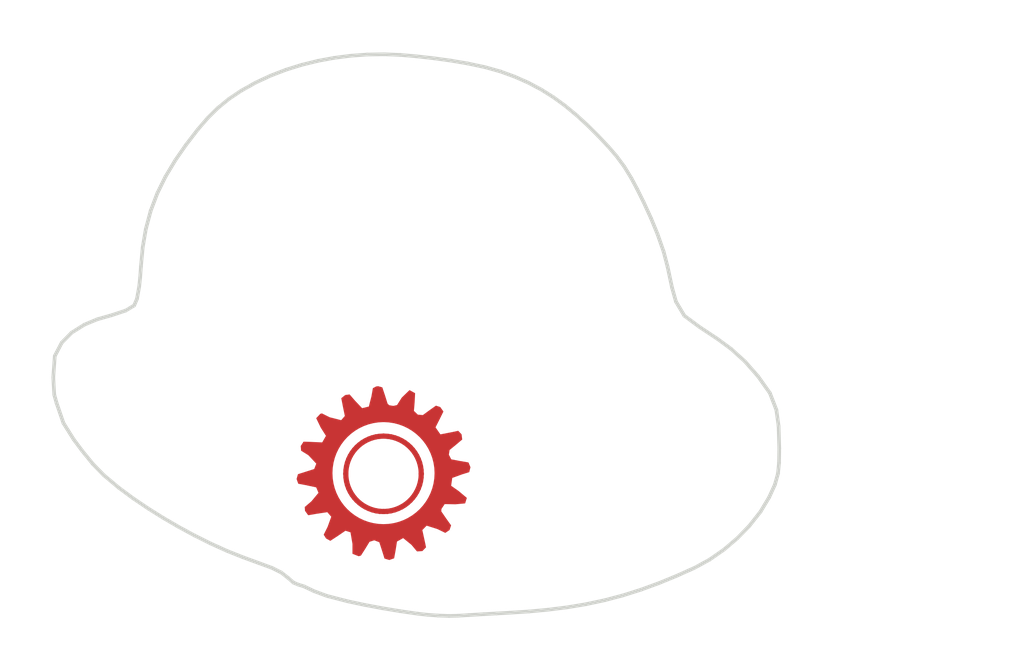
<source format=kicad_pcb>
(kicad_pcb (version 20171130) (host pcbnew 6.0.0-rc1-unknown-0769b04~66~ubuntu16.04.1)

  (general
    (thickness 1.6)
    (drawings 17)
    (tracks 0)
    (zones 0)
    (modules 1)
    (nets 1)
  )

  (page USLetter)
  (title_block
    (title "Project Title")
  )

  (layers
    (0 F.Cu signal)
    (31 B.Cu signal)
    (34 B.Paste user)
    (35 F.Paste user)
    (36 B.SilkS user)
    (37 F.SilkS user)
    (38 B.Mask user)
    (39 F.Mask user)
    (44 Edge.Cuts user)
    (46 B.CrtYd user)
    (47 F.CrtYd user)
    (48 B.Fab user)
    (49 F.Fab user)
  )

  (setup
    (last_trace_width 0.254)
    (user_trace_width 0.1524)
    (user_trace_width 0.254)
    (user_trace_width 0.3302)
    (user_trace_width 0.508)
    (user_trace_width 0.762)
    (user_trace_width 1.27)
    (trace_clearance 0.254)
    (zone_clearance 0.508)
    (zone_45_only no)
    (trace_min 0.1524)
    (via_size 0.6858)
    (via_drill 0.3302)
    (via_min_size 0.6858)
    (via_min_drill 0.3302)
    (user_via 0.6858 0.3302)
    (user_via 0.762 0.4064)
    (user_via 0.8636 0.508)
    (uvia_size 0.6858)
    (uvia_drill 0.3302)
    (uvias_allowed no)
    (uvia_min_size 0)
    (uvia_min_drill 0)
    (edge_width 0.1524)
    (segment_width 0.1524)
    (pcb_text_width 0.1524)
    (pcb_text_size 1.016 1.016)
    (mod_edge_width 0.1524)
    (mod_text_size 1.016 1.016)
    (mod_text_width 0.1524)
    (pad_size 1.524 1.524)
    (pad_drill 0.762)
    (pad_to_mask_clearance 0.0762)
    (solder_mask_min_width 0.1016)
    (pad_to_paste_clearance -0.0762)
    (aux_axis_origin 0 0)
    (visible_elements FFFEDF7D)
    (pcbplotparams
      (layerselection 0x310fc_80000001)
      (usegerberextensions true)
      (usegerberattributes false)
      (usegerberadvancedattributes false)
      (creategerberjobfile false)
      (excludeedgelayer true)
      (linewidth 0.100000)
      (plotframeref false)
      (viasonmask false)
      (mode 1)
      (useauxorigin false)
      (hpglpennumber 1)
      (hpglpenspeed 20)
      (hpglpendiameter 15.000000)
      (psnegative false)
      (psa4output false)
      (plotreference true)
      (plotvalue true)
      (plotinvisibletext false)
      (padsonsilk false)
      (subtractmaskfromsilk false)
      (outputformat 1)
      (mirror false)
      (drillshape 0)
      (scaleselection 1)
      (outputdirectory "gerbers"))
  )

  (net 0 "")

  (net_class Default "This is the default net class."
    (clearance 0.254)
    (trace_width 0.254)
    (via_dia 0.6858)
    (via_drill 0.3302)
    (uvia_dia 0.6858)
    (uvia_drill 0.3302)
  )

  (module orange:orange2.All.02 (layer F.Cu) (tedit 5C101334) (tstamp 5C10DEB5)
    (at 134.62 99.06)
    (descr "Imported from Base2.svg")
    (tags svg2mod)
    (attr smd)
    (fp_text reference svg2mod (at 0 -23.337719) (layer F.SilkS) hide
      (effects (font (size 1.524 1.524) (thickness 0.3048)))
    )
    (fp_text value G*** (at 0 23.337719) (layer F.SilkS) hide
      (effects (font (size 1.524 1.524) (thickness 0.3048)))
    )
    (fp_line (start 0.360521 10.021038) (end 0.360493 10.021038) (layer F.Cu) (width 0.375))
    (fp_line (start 0.346438 9.742457) (end 0.360521 10.021038) (layer F.Cu) (width 0.375))
    (fp_line (start 0.305149 9.471918) (end 0.346438 9.742457) (layer F.Cu) (width 0.375))
    (fp_line (start 0.238011 9.210835) (end 0.305149 9.471918) (layer F.Cu) (width 0.375))
    (fp_line (start 0.14639 8.960504) (end 0.238011 9.210835) (layer F.Cu) (width 0.375))
    (fp_line (start 0.031659 8.722337) (end 0.14639 8.960504) (layer F.Cu) (width 0.375))
    (fp_line (start -0.104816 8.497688) (end 0.031659 8.722337) (layer F.Cu) (width 0.375))
    (fp_line (start -0.261661 8.287941) (end -0.104816 8.497688) (layer F.Cu) (width 0.375))
    (fp_line (start -0.43751 8.094449) (end -0.261661 8.287941) (layer F.Cu) (width 0.375))
    (fp_line (start -0.630993 7.918596) (end -0.43751 8.094449) (layer F.Cu) (width 0.375))
    (fp_line (start -0.840741 7.761765) (end -0.630993 7.918596) (layer F.Cu) (width 0.375))
    (fp_line (start -1.065384 7.625283) (end -0.840741 7.761765) (layer F.Cu) (width 0.375))
    (fp_line (start -1.303552 7.510559) (end -1.065384 7.625283) (layer F.Cu) (width 0.375))
    (fp_line (start -1.553874 7.41895) (end -1.303552 7.510559) (layer F.Cu) (width 0.375))
    (fp_line (start -1.814983 7.351809) (end -1.553874 7.41895) (layer F.Cu) (width 0.375))
    (fp_line (start -2.08551 7.31052) (end -1.814983 7.351809) (layer F.Cu) (width 0.375))
    (fp_line (start -2.364083 7.296409) (end -2.08551 7.31052) (layer F.Cu) (width 0.375))
    (fp_line (start -2.642657 7.31052) (end -2.364083 7.296409) (layer F.Cu) (width 0.375))
    (fp_line (start -2.913183 7.351809) (end -2.642657 7.31052) (layer F.Cu) (width 0.375))
    (fp_line (start -3.174293 7.41895) (end -2.913183 7.351809) (layer F.Cu) (width 0.375))
    (fp_line (start -3.424616 7.510559) (end -3.174293 7.41895) (layer F.Cu) (width 0.375))
    (fp_line (start -3.662783 7.625283) (end -3.424616 7.510559) (layer F.Cu) (width 0.375))
    (fp_line (start -3.887426 7.761765) (end -3.662783 7.625283) (layer F.Cu) (width 0.375))
    (fp_line (start -4.097174 7.918596) (end -3.887426 7.761765) (layer F.Cu) (width 0.375))
    (fp_line (start -4.290657 8.094449) (end -4.097174 7.918596) (layer F.Cu) (width 0.375))
    (fp_line (start -4.466507 8.287941) (end -4.290657 8.094449) (layer F.Cu) (width 0.375))
    (fp_line (start -4.623353 8.497688) (end -4.466507 8.287941) (layer F.Cu) (width 0.375))
    (fp_line (start -4.759827 8.722337) (end -4.623353 8.497688) (layer F.Cu) (width 0.375))
    (fp_line (start -4.874559 8.960504) (end -4.759827 8.722337) (layer F.Cu) (width 0.375))
    (fp_line (start -4.966178 9.210835) (end -4.874559 8.960504) (layer F.Cu) (width 0.375))
    (fp_line (start -5.033317 9.471918) (end -4.966178 9.210835) (layer F.Cu) (width 0.375))
    (fp_line (start -5.074605 9.742457) (end -5.033317 9.471918) (layer F.Cu) (width 0.375))
    (fp_line (start -5.088674 10.021038) (end -5.074605 9.742457) (layer F.Cu) (width 0.375))
    (fp_line (start -5.074608 10.299592) (end -5.088674 10.021038) (layer F.Cu) (width 0.375))
    (fp_line (start -5.033321 10.570172) (end -5.074608 10.299592) (layer F.Cu) (width 0.375))
    (fp_line (start -4.966183 10.831256) (end -5.033321 10.570172) (layer F.Cu) (width 0.375))
    (fp_line (start -4.874564 11.081587) (end -4.966183 10.831256) (layer F.Cu) (width 0.375))
    (fp_line (start -4.759833 11.319754) (end -4.874564 11.081587) (layer F.Cu) (width 0.375))
    (fp_line (start -4.623359 11.544403) (end -4.759833 11.319754) (layer F.Cu) (width 0.375))
    (fp_line (start -4.466513 11.754151) (end -4.623359 11.544403) (layer F.Cu) (width 0.375))
    (fp_line (start -4.290663 11.947642) (end -4.466513 11.754151) (layer F.Cu) (width 0.375))
    (fp_line (start -4.097179 12.123495) (end -4.290663 11.947642) (layer F.Cu) (width 0.375))
    (fp_line (start -3.887431 12.280326) (end -4.097179 12.123495) (layer F.Cu) (width 0.375))
    (fp_line (start -3.662788 12.416809) (end -3.887431 12.280326) (layer F.Cu) (width 0.375))
    (fp_line (start -3.42462 12.531532) (end -3.662788 12.416809) (layer F.Cu) (width 0.375))
    (fp_line (start -3.174296 12.623169) (end -3.42462 12.531532) (layer F.Cu) (width 0.375))
    (fp_line (start -2.913186 12.69031) (end -3.174296 12.623169) (layer F.Cu) (width 0.375))
    (fp_line (start -2.642659 12.731599) (end -2.913186 12.69031) (layer F.Cu) (width 0.375))
    (fp_line (start -2.364086 12.74571) (end -2.642659 12.731599) (layer F.Cu) (width 0.375))
    (fp_line (start -2.08551 12.731599) (end -2.364086 12.74571) (layer F.Cu) (width 0.375))
    (fp_line (start -1.814983 12.69031) (end -2.08551 12.731599) (layer F.Cu) (width 0.375))
    (fp_line (start -1.553874 12.623169) (end -1.814983 12.69031) (layer F.Cu) (width 0.375))
    (fp_line (start -1.303552 12.531532) (end -1.553874 12.623169) (layer F.Cu) (width 0.375))
    (fp_line (start -1.065381 12.416809) (end -1.303552 12.531532) (layer F.Cu) (width 0.375))
    (fp_line (start -0.840738 12.280326) (end -1.065381 12.416809) (layer F.Cu) (width 0.375))
    (fp_line (start -0.630991 12.123495) (end -0.840738 12.280326) (layer F.Cu) (width 0.375))
    (fp_line (start -0.437508 11.947642) (end -0.630991 12.123495) (layer F.Cu) (width 0.375))
    (fp_line (start -0.261658 11.754151) (end -0.437508 11.947642) (layer F.Cu) (width 0.375))
    (fp_line (start -0.10481 11.544403) (end -0.261658 11.754151) (layer F.Cu) (width 0.375))
    (fp_line (start 0.031661 11.319754) (end -0.10481 11.544403) (layer F.Cu) (width 0.375))
    (fp_line (start 0.146393 11.081587) (end 0.031661 11.319754) (layer F.Cu) (width 0.375))
    (fp_line (start 0.238014 10.831256) (end 0.146393 11.081587) (layer F.Cu) (width 0.375))
    (fp_line (start 0.305152 10.570172) (end 0.238014 10.831256) (layer F.Cu) (width 0.375))
    (fp_line (start 0.346438 10.299592) (end 0.305152 10.570172) (layer F.Cu) (width 0.375))
    (fp_line (start 0.360493 10.021038) (end 0.346438 10.299592) (layer F.Cu) (width 0.375))
    (fp_poly (pts (xy -2.737828 3.695242) (xy -4.120711 6.732284) (xy -3.798562 6.577129) (xy -3.459975 6.453236)
      (xy -3.106801 6.362457) (xy -2.740893 6.306647) (xy -2.364105 6.287654) (xy -2.364105 6.287705)
      (xy -1.987358 6.306755) (xy -1.621494 6.362609) (xy -1.268366 6.453423) (xy -0.929823 6.577344)
      (xy -0.60772 6.732518) (xy -0.303911 6.917094) (xy -0.020241 7.129221) (xy 0.24143 7.367049)
      (xy 0.479256 7.62872) (xy 0.691385 7.91239) (xy 0.875961 8.2162) (xy 1.031136 8.538303)
      (xy 1.155057 8.876844) (xy 1.24587 9.229972) (xy 1.301725 9.595837) (xy 1.320775 9.972584)
      (xy 1.301725 10.34933) (xy 1.245867 10.715189) (xy 1.155054 11.068306) (xy 1.031136 11.406859)
      (xy 0.875959 11.72896) (xy 0.691382 12.032772) (xy 0.479256 12.316433) (xy 0.24143 12.57811)
      (xy -0.020244 12.815938) (xy -0.303911 13.028057) (xy -0.607723 13.21263) (xy -0.929826 13.367796)
      (xy -1.268366 13.49172) (xy -1.621494 13.582539) (xy -1.987358 13.63839) (xy -2.364105 13.657299)
      (xy -2.740893 13.63839) (xy -3.1068 13.582567) (xy -3.459974 13.491804) (xy -3.798561 13.367909)
      (xy -4.120709 13.212743) (xy -4.424565 13.028198) (xy -4.708278 12.81608) (xy -4.969994 12.578251)
      (xy -5.20786 12.316574) (xy -5.420025 12.032885) (xy -5.604635 11.729044) (xy -5.759838 11.406944)
      (xy -5.883782 11.068362) (xy -5.974613 10.715189) (xy -6.03048 10.349313) (xy -6.04953 9.972527)
      (xy -6.03048 9.595741) (xy -5.974615 9.229842) (xy -5.883783 8.876681) (xy -5.75984 8.538114)
      (xy -5.604637 8.215988) (xy -5.420027 7.912158) (xy -5.207863 7.628477) (xy -4.969996 7.366798)
      (xy -4.70828 7.12897) (xy -4.424568 6.916848) (xy -4.120711 6.732284) (xy -2.737828 3.695242)
      (xy -2.886656 3.706277) (xy -3.131947 3.835261) (xy -3.234473 4.420655) (xy -3.424642 5.163142)
      (xy -3.907506 5.279999) (xy -4.431161 4.727129) (xy -4.811499 4.28726) (xy -5.126794 4.3286)
      (xy -5.413427 4.559559) (xy -5.288301 5.201728) (xy -5.155458 5.844444) (xy -5.41949 6.147059)
      (xy -6.251825 5.936496) (xy -6.810206 5.655928) (xy -6.923205 5.68459) (xy -7.223618 6.003744)
      (xy -6.898401 6.678983) (xy -6.518062 7.278705) (xy -6.789811 7.753301) (xy -7.643093 7.714165)
      (xy -8.134225 7.697627) (xy -8.340931 8.015127) (xy -8.312268 8.352474) (xy -7.784204 8.682101)
      (xy -7.217554 9.287334) (xy -7.366934 9.674286) (xy -7.956183 9.862252) (xy -8.539368 10.046356)
      (xy -8.639138 10.394173) (xy -8.518422 10.738123) (xy -8.021777 10.830155) (xy -7.223618 10.99994)
      (xy -7.057702 11.392398) (xy -7.56923 12.008123) (xy -8.050441 12.41932) (xy -8.031698 12.695475)
      (xy -7.802393 13.012975) (xy -7.131564 12.898336) (xy -6.419945 12.793603) (xy -6.135518 13.123211)
      (xy -6.403409 13.859641) (xy -6.681772 14.418018) (xy -6.513652 14.690334) (xy -6.202766 14.86232)
      (xy -5.654307 14.504011) (xy -5.112462 14.133594) (xy -4.748109 14.246596) (xy -4.605344 15.087195)
      (xy -4.605344 15.799383) (xy -4.161065 15.975207) (xy -3.993495 15.927794) (xy -3.680405 15.437235)
      (xy -3.373378 14.931775) (xy -3.029971 14.825378) (xy -2.667823 14.964287) (xy -2.475448 15.557942)
      (xy -2.291343 16.146629) (xy -1.945731 16.246959) (xy -1.597912 16.124587) (xy -1.485466 15.51273)
      (xy -1.391207 14.913008) (xy -0.945273 14.665527) (xy -0.347758 15.150582) (xy 0.051324 15.627397)
      (xy 0.437726 15.604819) (xy 0.703963 15.332531) (xy 0.654351 15.081156) (xy 0.437726 14.084572)
      (xy 0.746956 13.767637) (xy 1.524171 14.011251) (xy 2.094678 14.289071) (xy 2.401707 14.082907)
      (xy 2.514156 13.745031) (xy 2.15807 13.246175) (xy 1.806393 12.734647) (xy 1.816864 12.558794)
      (xy 2.051681 12.208783) (xy 2.829446 12.223176) (xy 3.526735 12.157587) (xy 3.649657 11.760698)
      (xy 3.056547 11.261842) (xy 2.516357 10.883157) (xy 2.597936 10.31874) (xy 3.29798 10.06463)
      (xy 3.823289 9.899268) (xy 3.911483 9.545387) (xy 3.768168 9.199774) (xy 3.146396 9.093391)
      (xy 2.524626 8.974327) (xy 2.352646 8.639189) (xy 2.403909 8.3035) (xy 2.868031 7.923159)
      (xy 3.316172 7.544477) (xy 3.270971 7.170199) (xy 3.029539 6.914435) (xy 2.54502 7.016411)
      (xy 1.743001 7.172406) (xy 1.389119 6.664737) (xy 1.681818 6.088165) (xy 1.959629 5.520963)
      (xy 1.730873 5.195747) (xy 1.419989 5.09763) (xy 0.953109 5.427257) (xy 0.474654 5.778934)
      (xy 0.114711 5.748065) (xy -0.169718 5.476316) (xy -0.116802 4.844073) (xy -0.083728 4.195292)
      (xy -0.488872 3.974806) (xy -1.045598 4.514446) (xy -1.389006 5.05684) (xy -1.655243 5.114168)
      (xy -1.949592 5.067314) (xy -2.070307 4.956519) (xy -2.256619 4.359004) (xy -2.450647 3.778021)
      (xy -2.737829 3.695338) (xy -2.737828 3.695242)) (layer F.Cu) (width 0))
    (fp_line (start 0.122495 20.129157) (end 0.122509 20.129134) (layer Edge.Cuts) (width 0.264583))
    (fp_line (start 0.819977 20.205868) (end 0.122495 20.129157) (layer Edge.Cuts) (width 0.264583))
    (fp_line (start 1.562248 20.259352) (end 0.819977 20.205868) (layer Edge.Cuts) (width 0.264583))
    (fp_line (start 2.36311 20.28701) (end 1.562248 20.259352) (layer Edge.Cuts) (width 0.264583))
    (fp_line (start 3.007402 20.273802) (end 2.36311 20.28701) (layer Edge.Cuts) (width 0.264583))
    (fp_line (start 3.783456 20.224929) (end 3.007402 20.273802) (layer Edge.Cuts) (width 0.264583))
    (fp_line (start 4.87037 20.160845) (end 3.783456 20.224929) (layer Edge.Cuts) (width 0.264583))
    (fp_line (start 5.802843 20.1079) (end 4.87037 20.160845) (layer Edge.Cuts) (width 0.264583))
    (fp_line (start 6.733739 20.056744) (end 5.802843 20.1079) (layer Edge.Cuts) (width 0.264583))
    (fp_line (start 8.154971 19.963817) (end 6.733739 20.056744) (layer Edge.Cuts) (width 0.264583))
    (fp_line (start 9.491287 19.841056) (end 8.154971 19.963817) (layer Edge.Cuts) (width 0.264583))
    (fp_line (start 10.893342 19.665505) (end 9.491287 19.841056) (layer Edge.Cuts) (width 0.264583))
    (fp_line (start 12.228275 19.444032) (end 10.893342 19.665505) (layer Edge.Cuts) (width 0.264583))
    (fp_line (start 13.588028 19.15474) (end 12.228275 19.444032) (layer Edge.Cuts) (width 0.264583))
    (fp_line (start 14.918271 18.803122) (end 13.588028 19.15474) (layer Edge.Cuts) (width 0.264583))
    (fp_line (start 16.218629 18.391628) (end 14.918271 18.803122) (layer Edge.Cuts) (width 0.264583))
    (fp_line (start 17.535176 17.909172) (end 16.218629 18.391628) (layer Edge.Cuts) (width 0.264583))
    (fp_line (start 18.780922 17.397494) (end 17.535176 17.909172) (layer Edge.Cuts) (width 0.264583))
    (fp_line (start 20.076438 16.81689) (end 18.780922 17.397494) (layer Edge.Cuts) (width 0.264583))
    (fp_line (start 21.156894 16.229504) (end 20.076438 16.81689) (layer Edge.Cuts) (width 0.264583))
    (fp_line (start 22.209914 15.495748) (end 21.156894 16.229504) (layer Edge.Cuts) (width 0.264583))
    (fp_line (start 23.171481 14.675961) (end 22.209914 15.495748) (layer Edge.Cuts) (width 0.264583))
    (fp_line (start 24.042899 13.779533) (end 23.171481 14.675961) (layer Edge.Cuts) (width 0.264583))
    (fp_line (start 24.848282 12.756898) (end 24.042899 13.779533) (layer Edge.Cuts) (width 0.264583))
    (fp_line (start 25.470489 11.717558) (end 24.848282 12.756898) (layer Edge.Cuts) (width 0.264583))
    (fp_line (start 25.887258 10.802788) (end 25.470489 11.717558) (layer Edge.Cuts) (width 0.264583))
    (fp_line (start 26.108331 10.007071) (end 25.887258 10.802788) (layer Edge.Cuts) (width 0.264583))
    (fp_line (start 26.185284 9.231674) (end 26.108331 10.007071) (layer Edge.Cuts) (width 0.264583))
    (fp_line (start 26.201145 8.178765) (end 26.185284 9.231674) (layer Edge.Cuts) (width 0.264583))
    (fp_line (start 26.15518 6.584404) (end 26.201145 8.178765) (layer Edge.Cuts) (width 0.264583))
    (fp_line (start 25.992038 5.399779) (end 26.15518 6.584404) (layer Edge.Cuts) (width 0.264583))
    (fp_line (start 25.5252 4.189681) (end 25.992038 5.399779) (layer Edge.Cuts) (width 0.264583))
    (fp_line (start 24.6644 2.974786) (end 25.5252 4.189681) (layer Edge.Cuts) (width 0.264583))
    (fp_line (start 23.720683 1.900285) (end 24.6644 2.974786) (layer Edge.Cuts) (width 0.264583))
    (fp_line (start 22.727001 1.00153) (end 23.720683 1.900285) (layer Edge.Cuts) (width 0.264583))
    (fp_line (start 21.749245 0.279859) (end 22.727001 1.00153) (layer Edge.Cuts) (width 0.264583))
    (fp_line (start 20.452589 -0.579706) (end 21.749245 0.279859) (layer Edge.Cuts) (width 0.264583))
    (fp_line (start 19.350621 -1.397121) (end 20.452589 -0.579706) (layer Edge.Cuts) (width 0.264583))
    (fp_line (start 18.74453 -2.415768) (end 19.350621 -1.397121) (layer Edge.Cuts) (width 0.264583))
    (fp_line (start 18.462702 -3.423715) (end 18.74453 -2.415768) (layer Edge.Cuts) (width 0.264583))
    (fp_line (start 18.145538 -4.914023) (end 18.462702 -3.423715) (layer Edge.Cuts) (width 0.264583))
    (fp_line (start 17.856433 -6.022664) (end 18.145538 -4.914023) (layer Edge.Cuts) (width 0.264583))
    (fp_line (start 17.409858 -7.305461) (end 17.856433 -6.022664) (layer Edge.Cuts) (width 0.264583))
    (fp_line (start 16.949946 -8.427315) (end 17.409858 -7.305461) (layer Edge.Cuts) (width 0.264583))
    (fp_line (start 16.410476 -9.601996) (end 16.949946 -8.427315) (layer Edge.Cuts) (width 0.264583))
    (fp_line (start 15.941905 -10.54976) (end 16.410476 -9.601996) (layer Edge.Cuts) (width 0.264583))
    (fp_line (start 15.52565 -11.330875) (end 15.941905 -10.54976) (layer Edge.Cuts) (width 0.264583))
    (fp_line (start 15.007035 -12.178497) (end 15.52565 -11.330875) (layer Edge.Cuts) (width 0.264583))
    (fp_line (start 14.442901 -12.940747) (end 15.007035 -12.178497) (layer Edge.Cuts) (width 0.264583))
    (fp_line (start 13.860592 -13.615561) (end 14.442901 -12.940747) (layer Edge.Cuts) (width 0.264583))
    (fp_line (start 13.139221 -14.380032) (end 13.860592 -13.615561) (layer Edge.Cuts) (width 0.264583))
    (fp_line (start 12.357457 -15.159262) (end 13.139221 -14.380032) (layer Edge.Cuts) (width 0.264583))
    (fp_line (start 11.597791 -15.858053) (end 12.357457 -15.159262) (layer Edge.Cuts) (width 0.264583))
    (fp_line (start 10.755691 -16.557421) (end 11.597791 -15.858053) (layer Edge.Cuts) (width 0.264583))
    (fp_line (start 9.915131 -17.172108) (end 10.755691 -16.557421) (layer Edge.Cuts) (width 0.264583))
    (fp_line (start 9.00696 -17.743415) (end 9.915131 -17.172108) (layer Edge.Cuts) (width 0.264583))
    (fp_line (start 8.067688 -18.240601) (end 9.00696 -17.743415) (layer Edge.Cuts) (width 0.264583))
    (fp_line (start 7.107938 -18.663807) (end 8.067688 -18.240601) (layer Edge.Cuts) (width 0.264583))
    (fp_line (start 6.087143 -19.037734) (end 7.107938 -18.663807) (layer Edge.Cuts) (width 0.264583))
    (fp_line (start 4.975729 -19.351598) (end 6.087143 -19.037734) (layer Edge.Cuts) (width 0.264583))
    (fp_line (start 3.707741 -19.621293) (end 4.975729 -19.351598) (layer Edge.Cuts) (width 0.264583))
    (fp_line (start 2.496212 -19.826453) (end 3.707741 -19.621293) (layer Edge.Cuts) (width 0.264583))
    (fp_line (start 1.284798 -19.994641) (end 2.496212 -19.826453) (layer Edge.Cuts) (width 0.264583))
    (fp_line (start -0.019464 -20.140804) (end 1.284798 -19.994641) (layer Edge.Cuts) (width 0.264583))
    (fp_line (start -1.154461 -20.237623) (end -0.019464 -20.140804) (layer Edge.Cuts) (width 0.264583))
    (fp_line (start -2.312201 -20.284853) (end -1.154461 -20.237623) (layer Edge.Cuts) (width 0.264583))
    (fp_line (start -3.54774 -20.264003) (end -2.312201 -20.284853) (layer Edge.Cuts) (width 0.264583))
    (fp_line (start -4.720581 -20.179151) (end -3.54774 -20.264003) (layer Edge.Cuts) (width 0.264583))
    (fp_line (start -5.929464 -20.025063) (end -4.720581 -20.179151) (layer Edge.Cuts) (width 0.264583))
    (fp_line (start -7.094917 -19.809728) (end -5.929464 -20.025063) (layer Edge.Cuts) (width 0.264583))
    (fp_line (start -8.269484 -19.521377) (end -7.094917 -19.809728) (layer Edge.Cuts) (width 0.264583))
    (fp_line (start -9.405812 -19.167223) (end -8.269484 -19.521377) (layer Edge.Cuts) (width 0.264583))
    (fp_line (start -10.529857 -18.734619) (end -9.405812 -19.167223) (layer Edge.Cuts) (width 0.264583))
    (fp_line (start -11.60955 -18.229902) (end -10.529857 -18.734619) (layer Edge.Cuts) (width 0.264583))
    (fp_line (start -12.657942 -17.640608) (end -11.60955 -18.229902) (layer Edge.Cuts) (width 0.264583))
    (fp_line (start -13.540526 -17.045311) (end -12.657942 -17.640608) (layer Edge.Cuts) (width 0.264583))
    (fp_line (start -14.340989 -16.388322) (end -13.540526 -17.045311) (layer Edge.Cuts) (width 0.264583))
    (fp_line (start -15.059081 -15.676929) (end -14.340989 -16.388322) (layer Edge.Cuts) (width 0.264583))
    (fp_line (start -15.769512 -14.850506) (end -15.059081 -15.676929) (layer Edge.Cuts) (width 0.264583))
    (fp_line (start -16.635337 -13.724481) (end -15.769512 -14.850506) (layer Edge.Cuts) (width 0.264583))
    (fp_line (start -17.382289 -12.646079) (end -16.635337 -13.724481) (layer Edge.Cuts) (width 0.264583))
    (fp_line (start -18.104753 -11.440422) (end -17.382289 -12.646079) (layer Edge.Cuts) (width 0.264583))
    (fp_line (start -18.689328 -10.249803) (end -18.104753 -11.440422) (layer Edge.Cuts) (width 0.264583))
    (fp_line (start -19.17123 -8.972641) (end -18.689328 -10.249803) (layer Edge.Cuts) (width 0.264583))
    (fp_line (start -19.522419 -7.652388) (end -19.17123 -8.972641) (layer Edge.Cuts) (width 0.264583))
    (fp_line (start -19.744812 -6.344367) (end -19.522419 -7.652388) (layer Edge.Cuts) (width 0.264583))
    (fp_line (start -19.873672 -4.945229) (end -19.744812 -6.344367) (layer Edge.Cuts) (width 0.264583))
    (fp_line (start -19.929472 -4.171779) (end -19.873672 -4.945229) (layer Edge.Cuts) (width 0.264583))
    (fp_line (start -19.998644 -3.514877) (end -19.929472 -4.171779) (layer Edge.Cuts) (width 0.264583))
    (fp_line (start -20.160576 -2.614692) (end -19.998644 -3.514877) (layer Edge.Cuts) (width 0.264583))
    (fp_line (start -20.363983 -2.139632) (end -20.160576 -2.614692) (layer Edge.Cuts) (width 0.264583))
    (fp_line (start -20.975124 -1.770217) (end -20.363983 -2.139632) (layer Edge.Cuts) (width 0.264583))
    (fp_line (start -21.954892 -1.445867) (end -20.975124 -1.770217) (layer Edge.Cuts) (width 0.264583))
    (fp_line (start -23.032072 -1.138126) (end -21.954892 -1.445867) (layer Edge.Cuts) (width 0.264583))
    (fp_line (start -23.947641 -0.758129) (end -23.032072 -1.138126) (layer Edge.Cuts) (width 0.264583))
    (fp_line (start -24.881157 -0.171497) (end -23.947641 -0.758129) (layer Edge.Cuts) (width 0.264583))
    (fp_line (start -25.587326 0.544551) (end -24.881157 -0.171497) (layer Edge.Cuts) (width 0.264583))
    (fp_line (start -26.092106 1.512) (end -25.587326 0.544551) (layer Edge.Cuts) (width 0.264583))
    (fp_line (start -26.202274 3.056879) (end -26.092106 1.512) (layer Edge.Cuts) (width 0.264583))
    (fp_line (start -26.131654 4.305446) (end -26.202274 3.056879) (layer Edge.Cuts) (width 0.264583))
    (fp_line (start -25.961866 4.911541) (end -26.131654 4.305446) (layer Edge.Cuts) (width 0.264583))
    (fp_line (start -25.469526 6.351483) (end -25.961866 4.911541) (layer Edge.Cuts) (width 0.264583))
    (fp_line (start -24.728351 7.537932) (end -25.469526 6.351483) (layer Edge.Cuts) (width 0.264583))
    (fp_line (start -24.114247 8.359782) (end -24.728351 7.537932) (layer Edge.Cuts) (width 0.264583))
    (fp_line (start -23.360071 9.290955) (end -24.114247 8.359782) (layer Edge.Cuts) (width 0.264583))
    (fp_line (start -22.549516 10.12364) (end -23.360071 9.290955) (layer Edge.Cuts) (width 0.264583))
    (fp_line (start -21.465749 11.032277) (end -22.549516 10.12364) (layer Edge.Cuts) (width 0.264583))
    (fp_line (start -20.465607 11.772227) (end -21.465749 11.032277) (layer Edge.Cuts) (width 0.264583))
    (fp_line (start -19.361288 12.519515) (end -20.465607 11.772227) (layer Edge.Cuts) (width 0.264583))
    (fp_line (start -18.28006 13.196899) (end -19.361288 12.519515) (layer Edge.Cuts) (width 0.264583))
    (fp_line (start -17.155576 13.852803) (end -18.28006 13.196899) (layer Edge.Cuts) (width 0.264583))
    (fp_line (start -16.01314 14.471883) (end -17.155576 13.852803) (layer Edge.Cuts) (width 0.264583))
    (fp_line (start -14.869894 15.043391) (end -16.01314 14.471883) (layer Edge.Cuts) (width 0.264583))
    (fp_line (start -13.659432 15.591707) (end -14.869894 15.043391) (layer Edge.Cuts) (width 0.264583))
    (fp_line (start -12.498963 16.052914) (end -13.659432 15.591707) (layer Edge.Cuts) (width 0.264583))
    (fp_line (start -11.340717 16.476727) (end -12.498963 16.052914) (layer Edge.Cuts) (width 0.264583))
    (fp_line (start -10.412765 16.816382) (end -11.340717 16.476727) (layer Edge.Cuts) (width 0.264583))
    (fp_line (start -9.751245 17.148738) (end -10.412765 16.816382) (layer Edge.Cuts) (width 0.264583))
    (fp_line (start -9.233562 17.554986) (end -9.751245 17.148738) (layer Edge.Cuts) (width 0.264583))
    (fp_line (start -8.861912 17.879039) (end -9.233562 17.554986) (layer Edge.Cuts) (width 0.264583))
    (fp_line (start -8.551496 18.013822) (end -8.861912 17.879039) (layer Edge.Cuts) (width 0.264583))
    (fp_line (start -8.101894 18.153805) (end -8.551496 18.013822) (layer Edge.Cuts) (width 0.264583))
    (fp_line (start -7.395601 18.490355) (end -8.101894 18.153805) (layer Edge.Cuts) (width 0.264583))
    (fp_line (start -6.457333 18.840539) (end -7.395601 18.490355) (layer Edge.Cuts) (width 0.264583))
    (fp_line (start -4.939292 19.232244) (end -6.457333 18.840539) (layer Edge.Cuts) (width 0.264583))
    (fp_line (start -3.740256 19.487951) (end -4.939292 19.232244) (layer Edge.Cuts) (width 0.264583))
    (fp_line (start -2.418048 19.735638) (end -3.740256 19.487951) (layer Edge.Cuts) (width 0.264583))
    (fp_line (start -1.163032 19.943113) (end -2.418048 19.735638) (layer Edge.Cuts) (width 0.264583))
    (fp_line (start 0.122509 20.129134) (end -1.163032 19.943113) (layer Edge.Cuts) (width 0.264583))
    (fp_poly (pts (xy -20.549562 -1.075451) (xy -20.973789 -0.859482) (xy -21.610651 -0.390841) (xy -21.828499 -0.150692)
      (xy -21.826721 0.129506) (xy -21.582809 1.123605) (xy -21.157149 2.532432) (xy -20.695707 3.902273)
      (xy -20.312532 4.879328) (xy -19.672153 5.995002) (xy -18.825451 7.020554) (xy -17.893104 7.862253)
      (xy -16.781076 8.648272) (xy -15.69402 9.274938) (xy -14.467446 9.871133) (xy -13.251206 10.391037)
      (xy -12.108498 10.825479) (xy -10.854414 11.229155) (xy -9.664156 11.529188) (xy -8.411188 11.938969)
      (xy -8.106973 12.362074) (xy -8.079941 12.404072) (xy -8.039174 12.408926) (xy -8.044881 12.414288)
      (xy -8.050198 12.419396) (xy -8.070741 12.541367) (xy -8.031454 12.695553) (xy -7.923706 12.894204)
      (xy -7.802149 13.013053) (xy -7.660061 13.027842) (xy -7.13132 12.898412) (xy -6.591295 12.768144)
      (xy -6.419701 12.793685) (xy -6.260609 12.933185) (xy -6.135274 13.123312) (xy -6.136854 13.341639)
      (xy -6.403171 13.859734) (xy -6.606794 14.242492) (xy -6.681534 14.418116) (xy -6.643504 14.542001)
      (xy -6.513414 14.690416) (xy -6.344162 14.823977) (xy -6.202528 14.862396) (xy -6.057184 14.798323)
      (xy -5.654069 14.504107) (xy -5.282647 14.234508) (xy -5.112224 14.13369) (xy -4.944624 14.149607)
      (xy -4.747871 14.246683) (xy -4.564483 14.470601) (xy -4.605106 15.087285) (xy -4.654207 15.619827)
      (xy -4.605106 15.799456) (xy -4.411351 15.918065) (xy -4.160827 15.975294) (xy -4.057096 15.967985)
      (xy -3.993258 15.927881) (xy -3.878907 15.762366) (xy -3.680167 15.4373) (xy -3.482925 15.106315)
      (xy -3.37314 14.931834) (xy -3.249769 14.837981) (xy -3.029733 14.825451) (xy -2.801094 14.868001)
      (xy -2.667585 14.964358) (xy -2.595946 15.159915) (xy -2.475211 15.558015) (xy -2.35784 15.955161)
      (xy -2.291105 16.146713) (xy -2.167397 16.23217) (xy -1.945493 16.247043) (xy -1.718648 16.208898)
      (xy -1.597676 16.124672) (xy -1.552963 15.944563) (xy -1.485228 15.512825) (xy -1.425057 15.106327)
      (xy -1.39097 14.913103) (xy -1.234746 14.75406) (xy -0.945037 14.665606) (xy -0.719907 14.720374)
      (xy -0.34752 15.150675) (xy -0.090441 15.465796) (xy 0.05156 15.627478) (xy 0.210238 15.68064)
      (xy 0.437962 15.604872) (xy 0.635523 15.467961) (xy 0.704199 15.33257) (xy 0.689374 15.232982)
      (xy 0.65459 15.081217) (xy 0.459748 14.306667) (xy 0.437963 14.08462) (xy 0.548079 13.920008)
      (xy 0.747195 13.76767) (xy 0.982367 13.73528) (xy 1.524409 14.011307) (xy 1.926272 14.224625)
      (xy 2.094917 14.289121) (xy 2.239225 14.23897) (xy 2.401946 14.082966) (xy 2.515442 13.90172)
      (xy 2.516571 13.756097) (xy 2.518829 13.758354) (xy 2.523118 13.764789) (xy 2.63474 13.660886)
      (xy 2.746362 13.55698) (xy 3.299802 13.25391) (xy 4.723571 13.076872) (xy 6.066396 12.9347)
      (xy 7.316951 12.761052) (xy 8.645235 12.520683) (xy 9.874705 12.232576) (xy 11.156832 11.846248)
      (xy 12.34525 11.389883) (xy 13.529113 10.820037) (xy 14.645996 10.158737) (xy 15.715903 9.355042)
      (xy 16.518631 8.479904) (xy 17.101315 7.425925) (xy 17.458888 6.155432) (xy 17.600597 4.995442)
      (xy 17.644607 3.636208) (xy 17.622171 2.744799) (xy 17.557488 2.011869) (xy 17.265402 0.988802)
      (xy 16.815582 1.04715) (xy 16.651256 1.329945) (xy 16.444615 1.770344) (xy 15.920354 2.749607)
      (xy 15.214722 3.515297) (xy 14.436373 4.059481) (xy 13.375999 4.633907) (xy 12.309495 5.115138)
      (xy 11.129273 5.552588) (xy 9.984504 5.903331) (xy 8.789888 6.203217) (xy 7.666455 6.433443)
      (xy 6.165447 6.716774) (xy 4.43089 7.024143) (xy 3.527988 7.157922) (xy 3.352646 7.168607)
      (xy 3.303093 7.243911) (xy 3.288389 7.207693) (xy 3.271117 7.170048) (xy 3.1504 6.993834)
      (xy 3.029685 6.914284) (xy 2.868745 6.939193) (xy 2.545168 7.01626) (xy 1.915542 7.172508)
      (xy 1.743148 7.172253) (xy 1.491026 6.956778) (xy 1.389268 6.664584) (xy 1.480375 6.462989)
      (xy 1.681963 6.088013) (xy 1.895002 5.689607) (xy 1.959777 5.520812) (xy 1.898335 5.365876)
      (xy 1.731021 5.195596) (xy 1.561002 5.097439) (xy 1.420136 5.097479) (xy 1.260344 5.202449)
      (xy 0.953257 5.427106) (xy 0.642683 5.658949) (xy 0.474802 5.778781) (xy 0.320146 5.816282)
      (xy 0.114858 5.747913) (xy -0.075686 5.617409) (xy -0.169569 5.476164) (xy -0.159217 5.267445)
      (xy -0.116651 4.84392) (xy -0.064056 4.338478) (xy -0.083577 4.19514) (xy -0.230144 4.067252)
      (xy -0.48872 3.974654) (xy -0.717985 4.015089) (xy -1.045448 4.514293) (xy -1.263949 4.874483)
      (xy -1.388855 5.056689) (xy -1.46597 5.106066) (xy -1.655092 5.114016) (xy -1.841392 5.105166)
      (xy -1.949441 5.067163) (xy -2.021308 5.016367) (xy -2.070157 4.956369) (xy -2.138759 4.754273)
      (xy -2.256468 4.358852) (xy -2.3811 3.94638) (xy -2.450495 3.777871) (xy -2.563233 3.715384)
      (xy -2.737679 3.695188) (xy -2.808952 3.698117) (xy -2.886507 3.706212) (xy -3.037461 3.754435)
      (xy -3.131797 3.835196) (xy -3.173855 4.029693) (xy -3.234324 4.420587) (xy -3.327106 4.982856)
      (xy -3.424493 5.163073) (xy -3.668994 5.260628) (xy -3.907357 5.279932) (xy -4.073296 5.157727)
      (xy -4.431012 4.727063) (xy -4.678307 4.426856) (xy -4.81135 4.287193) (xy -4.946789 4.267189)
      (xy -5.126646 4.328535) (xy -5.326412 4.444692) (xy -5.413278 4.559494) (xy -5.407481 4.713334)
      (xy -5.288151 5.20166) (xy -5.178001 5.661106) (xy -5.155308 5.844377) (xy -5.235925 5.992616)
      (xy -5.41934 6.146994) (xy -5.682074 6.218928) (xy -6.251675 5.93643) (xy -6.633667 5.730936)
      (xy -6.810056 5.655861) (xy -6.866555 5.66406) (xy -6.923055 5.684526) (xy -7.084 5.824924)
      (xy -7.223467 6.00368) (xy -7.4047 6.006711) (xy -7.60105 6.002579) (xy -8.384148 5.932422)
      (xy -9.463656 5.749212) (xy -10.375252 5.557215) (xy -11.299026 5.334441) (xy -12.283764 5.060528)
      (xy -13.098234 4.786173) (xy -14.24282 4.331644) (xy -15.271399 3.89163) (xy -16.402222 3.357555)
      (xy -17.370545 2.835951) (xy -18.43943 2.140845) (xy -19.256411 1.444154) (xy -19.967676 0.546289)
      (xy -20.373173 -0.487304) (xy -20.483264 -0.888185) (xy -20.549562 -1.075451)) (layer F.Mask) (width 0))
  )

  (gr_circle (center 117.348 76.962) (end 118.618 76.962) (layer Dwgs.User) (width 0.15))
  (gr_line (start 114.427 78.994) (end 114.427 74.93) (angle 90) (layer Dwgs.User) (width 0.15))
  (gr_line (start 120.269 78.994) (end 114.427 78.994) (angle 90) (layer Dwgs.User) (width 0.15))
  (gr_line (start 120.269 74.93) (end 120.269 78.994) (angle 90) (layer Dwgs.User) (width 0.15))
  (gr_line (start 114.427 74.93) (end 120.269 74.93) (angle 90) (layer Dwgs.User) (width 0.15))
  (gr_line (start 120.523 93.98) (end 104.648 93.98) (angle 90) (layer Dwgs.User) (width 0.15))
  (gr_line (start 173.355 102.235) (end 173.355 94.615) (angle 90) (layer Dwgs.User) (width 0.15))
  (gr_line (start 178.435 102.235) (end 173.355 102.235) (angle 90) (layer Dwgs.User) (width 0.15))
  (gr_line (start 178.435 94.615) (end 178.435 102.235) (angle 90) (layer Dwgs.User) (width 0.15))
  (gr_line (start 173.355 94.615) (end 178.435 94.615) (angle 90) (layer Dwgs.User) (width 0.15))
  (gr_line (start 109.093 123.19) (end 109.093 114.3) (angle 90) (layer Dwgs.User) (width 0.15))
  (gr_line (start 122.428 123.19) (end 109.093 123.19) (angle 90) (layer Dwgs.User) (width 0.15))
  (gr_line (start 122.428 114.3) (end 122.428 123.19) (angle 90) (layer Dwgs.User) (width 0.15))
  (gr_line (start 109.093 114.3) (end 122.428 114.3) (angle 90) (layer Dwgs.User) (width 0.15))
  (gr_line (start 104.648 93.98) (end 104.648 82.55) (angle 90) (layer Dwgs.User) (width 0.15))
  (gr_line (start 120.523 82.55) (end 120.523 93.98) (angle 90) (layer Dwgs.User) (width 0.15))
  (gr_line (start 104.648 82.55) (end 120.523 82.55) (angle 90) (layer Dwgs.User) (width 0.15))

)

</source>
